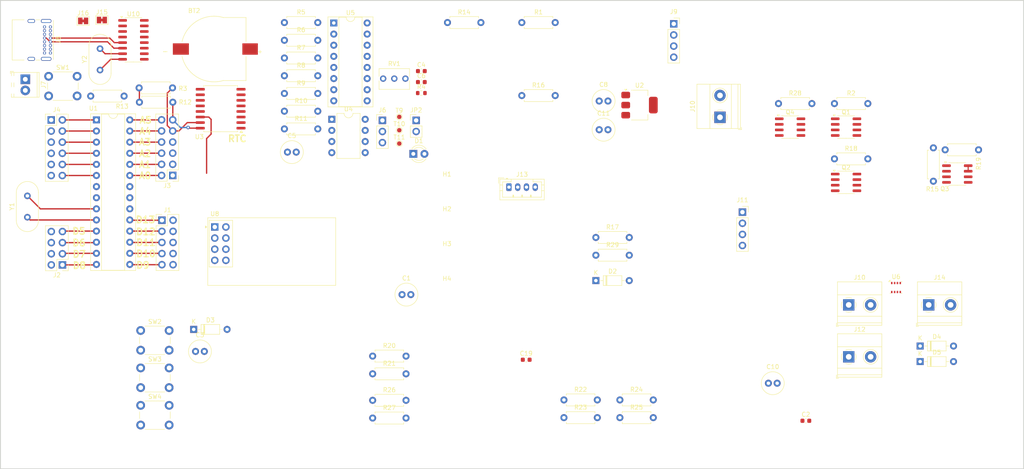
<source format=kicad_pcb>
(kicad_pcb (version 20240108) (generator "pcbnew") (generator_version "8.0")
  (title_block (title "PCB Weather station") (date "2024-11-10") (rev "1.0") (company "CREPP") (comment 1 "By NLG"))
  (layers (0 "F.Cu" signal) (31 "B.Cu" signal) (34 "B.Paste" user) (35 "F.Paste" user) (36 "B.SilkS" user "B.Silkscreen") (37 "F.SilkS" user "F.Silkscreen") (38 "B.Mask" user) (39 "F.Mask" user) (44 "Edge.Cuts" user))
  (net 0 "")
  (net 1 "/+3.3V")
  (net 2 "/RESET")
  (net 3 "/ENABLE_NRF24")
  (net 4 "/Anemometer/+5V")
  (net 5 "/Anemometer/Anemo_{signal}")
  (net 6 "/MCU/PC2-A2")
  (net 7 "/GNSS/RX_GNSS")
  (net 8 "/MCU/PB0")
  (net 9 "/MCU/PB2-D10~")
  (net 10 "/MCU/MOSI")
  (net 11 "/MCU/MISO")
  (net 12 "/MCU/CLK")
  (net 13 "/ENABLE_GNSS")
  (net 14 "/GNSS/TX_GNSS")
  (net 15 "/MCU/PD2-D2-(INT0)")
  (net 16 "/MCU/PC3-A3")
  (net 17 "/MCU/SDA")
  (net 18 "/MCU/SCL")
  (net 19 "/MCU/TX")
  (net 20 "/MCU/RX")
  (net 21 "/ENABLE_SENSORS")
  (net 22 "/ENABLE_ANEMOMETER")
  (net 23 "/GNSS/+5V")
  (net 24 "Net-(J1-Pin_1)")
  (net 25 "Net-(J1-Pin_5)")
  (net 26 "Net-(J1-Pin_7)")
  (net 27 "Net-(J1-Pin_9)")
  (net 28 "Net-(J1-Pin_3)")
  (net 29 "/MCU/PB1-D9~")
  (net 30 "Net-(J2-Pin_3)")
  (net 31 "Net-(J2-Pin_5)")
  (net 32 "Net-(J2-Pin_7)")
  (net 33 "GND")
  (net 34 "Net-(J3-Pin_4)")
  (net 35 "Net-(J3-Pin_2)")
  (net 36 "Net-(J3-Pin_6)")
  (net 37 "Net-(J3-Pin_10)")
  (net 38 "Net-(J3-Pin_12)")
  (net 39 "Net-(J3-Pin_8)")
  (net 40 "Net-(J4-Pin_8)")
  (net 41 "Net-(J4-Pin_4)")
  (net 42 "Net-(J4-Pin_6)")
  (net 43 "Net-(J4-Pin_10)")
  (net 44 "Net-(J4-Pin_2)")
  (net 45 "Net-(J4-Pin_12)")
  (net 47 "/+5V")
  (net 56 "/Anemometer/Wind_interrupt")
  (net 57 "Net-(U5B-RCext)")
  (net 58 "Net-(U5B-Cext)")
  (net 59 "Net-(U4A-+)")
  (net 60 "Net-(U10-~{DTR})")
  (net 61 "Net-(D1-K)")
  (net 62 "Net-(D1-A)")
  (net 63 "/Power_Handler_Temperature_Sun/V_{OUT}")
  (net 64 "/Programming/D+")
  (net 65 "/Programming/D-")
  (net 66 "/V_{Monitoring}")
  (net 68 "Net-(J15-A)")
  (net 69 "Net-(J16-A)")
  (net 70 "Net-(U4B-+)")
  (net 71 "Net-(U4A--)")
  (net 72 "Net-(U5B-Q)")
  (net 73 "Net-(U4B--)")
  (net 84 "Net-(U10-XO)")
  (net 90 "Net-(U10-XI)")
  (net 91 "Net-(U10-V3)")
  (net 92 "Net-(U1-XTAL2{slash}PB7)")
  (net 93 "Net-(U1-XTAL1{slash}PB6)")
  (net 94 "/NRF24/+3.3V")
  (net 96 "/NRF24/Bridge1/OUT")
  (net 97 "/NRF24/Bridge/OUT")
  (net 98 "/NRF24/Bridge2/OUT")
  (net 99 "/NRF24/Bridge3/OUT")
  (net 100 "Net-(BT2-+)")
  (net 105 "Net-(Q1B-G)")
  (net 106 "Net-(Q2B-G)")
  (net 107 "Net-(Q3B-G)")
  (net 108 "Net-(Q4B-G)")
  (net 109 "/Power/+5V_{IN}")
  (net 120 "Net-(J14-Pin_2)")
  (net 121 "Net-(J14-Pin_1)")
  (footprint "MountingHole:MountingHole_3.2mm_M3" (layer "F.Cu") (at 137.9 115.25)
    (property "Reference" "H4")
    (property "Value" "MountingHole_Pad")
  )
  (footprint "Connector_PinSocket_2.54mm:PinSocket_1x04_P2.54mm_Vertical" (layer "F.Cu") (at 205.33 95.865)
    (property "Reference" "J11")
    (property "Value" "NEO-6M UBLOX WITH ANTENNA")
  )
  (footprint "TerminalBlock_Phoenix:TerminalBlock_Phoenix_MKDS-1,5-2_1x02_P5.00mm_Horizontal" (layer "F.Cu") (at 229.58 128.91)
    (property "Reference" "J12")
    (property "Value" "KF301-5.0-2P")
  )
  (footprint "Resistor_THT:R_Axial_DIN0207_L6.3mm_D2.5mm_P7.62mm_Horizontal" (layer "F.Cu") (at 154.98 69.23)
    (property "Reference" "R16")
    (property "Value" "10k")
  )
  (footprint "Capacitor_SMD:C_0603_1608Metric" (layer "F.Cu") (at 219.8 143.525)
    (property "Reference" "C2")
    (property "Value" "100nF")
  )
  (footprint "Resistor_THT:R_Axial_DIN0207_L6.3mm_D2.5mm_P7.62mm_Horizontal" (layer "F.Cu") (at 120.94 128.75)
    (property "Reference" "R20")
    (property "Value" "10k")
  )
  (footprint "Resistor_THT:R_Axial_DIN0207_L6.3mm_D2.5mm_P7.62mm_Horizontal" (layer "F.Cu") (at 226.325 71.06)
    (property "Reference" "R2")
    (property "Value" "10k")
  )
  (footprint "Resistor_THT:R_Axial_DIN0207_L6.3mm_D2.5mm_P7.62mm_Horizontal" (layer "F.Cu") (at 248.9 81.175 -90)
    (property "Reference" "R15")
    (property "Value" "10k" (hide yes))
  )
  (footprint "Resistor_THT:R_Axial_DIN0207_L6.3mm_D2.5mm_P7.62mm_Horizontal" (layer "F.Cu") (at 177.36 138.76)
    (property "Reference" "R24")
    (property "Value" "10k")
  )
  (footprint "CREPP_Connectors_USB:USB_C_Receptacle_GCT_USB4085" (layer "F.Cu") (at 47.41 53.55 -90)
    (property "Reference" "J8")
    (property "Value" "USB_C_Receptacle")
  )
  (footprint "Resistor_THT:R_Axial_DIN0207_L6.3mm_D2.5mm_P7.62mm_Horizontal" (layer "F.Cu") (at 120.94 142.9)
    (property "Reference" "R27")
    (property "Value" "10k")
  )
  (footprint "Resistor_THT:R_Axial_DIN0207_L6.3mm_D2.5mm_P7.62mm_Horizontal" (layer "F.Cu") (at 100.8 52.55)
    (property "Reference" "R5")
    (property "Value" "100k")
  )
  (footprint "Diode_THT:D_DO-35_SOD27_P7.62mm_Horizontal" (layer "F.Cu") (at 80.1 122.65)
    (property "Reference" "D3")
    (property "Value" "1N4148")
  )
  (footprint "CREPP_Spacers:Spacer_M3_MF_05mm" (layer "F.Cu") (at 145.473423 91.023423)
    (property "Reference" "S1" (hide yes))
    (property "Value" "~" (hide yes))
  )
  (footprint "Resistor_THT:R_Axial_DIN0207_L6.3mm_D2.5mm_P7.62mm_Horizontal" (layer "F.Cu") (at 100.8 72.8)
    (property "Reference" "R10")
    (property "Value" "10k")
  )
  (footprint "Resistor_THT:R_Axial_DIN0207_L6.3mm_D2.5mm_P7.62mm_Horizontal" (layer "F.Cu") (at 100.8 60.65)
    (property "Reference" "R7")
    (property "Value" "10k")
  )
  (footprint "Package_SO:SOIC-8_3.9x4.9mm_P1.27mm" (layer "F.Cu") (at 216.205 76.44)
    (property "Reference" "Q4")
    (property "Value" "FDS4559")
  )
  (footprint "Crystal:Crystal_HC49-4H_Vertical" (layer "F.Cu") (at 42.15 97.025 90)
    (property "Reference" "Y1")
    (property "Value" "16 MHz HC49-4H")
  )
  (footprint "Capacitor_SMD:C_0603_1608Metric" (layer "F.Cu") (at 132.05 63.64)
    (property "Reference" "C4")
    (property "Value" "100nF")
  )
  (footprint "Resistor_THT:R_Axial_DIN0207_L6.3mm_D2.5mm_P7.62mm_Horizontal" (layer "F.Cu") (at 177.36 142.81)
    (property "Reference" "R25")
    (property "Value" "10k")
  )
  (footprint "Package_SO:SOIC-8_3.9x4.9mm_P1.27mm" (layer "F.Cu") (at 254.365 87.155)
    (property "Reference" "Q3")
    (property "Value" "FDS4559" (hide yes))
  )
  (footprint "CREPP_Spacers:Spacer_M3_MF_05mm" (layer "F.Cu") (at 145.473423 112.613961)
    (property "Reference" "S7" (hide yes))
    (property "Value" "~" (hide yes))
  )
  (footprint "Package_SO:SOIC-16W_7.5x10.3mm_P1.27mm" (layer "F.Cu") (at 86.25 72.23 180)
    (property "Reference" "U3")
    (property "Value" "DS3231M" (hide yes))
  )
  (footprint "Resistor_THT:R_Axial_DIN0207_L6.3mm_D2.5mm_P7.62mm_Horizontal" (layer "F.Cu") (at 138.02 52.55)
    (property "Reference" "R14")
    (property "Value" "10k")
  )
  (footprint "Resistor_THT:R_Axial_DIN0207_L6.3mm_D2.5mm_P7.62mm_Horizontal" (layer "F.Cu") (at 75.27 67.475 180)
    (property "Reference" "R3")
    (property "Value" "10k" (hide yes))
  )
  (footprint "Package_LGA:Bosch_LGA-8_2.5x2.5mm_P0.65mm_ClockwisePinNumbering" (layer "F.Cu") (at 240.375 113.085)
    (property "Reference" "U6")
    (property "Value" "BME280")
  )
  (footprint "Resistor_SMD:R_0603_1608Metric" (layer "F.Cu") (at 132.05 68.66)
    (property "Reference" "R4")
    (property "Value" "R_10K_SMD_0603")
  )
  (footprint "Connector_PinHeader_2.54mm:PinHeader_2x04_P2.54mm_Vertical" (layer "F.Cu") (at 50.15 107.915 180)
    (property "Reference" "J2")
    (property "Value" "Conn_02x04_Odd_Even" (hide yes))
  )
  (footprint "Resistor_THT:R_Axial_DIN0207_L6.3mm_D2.5mm_P7.62mm_Horizontal" (layer "F.Cu") (at 120.94 138.85)
    (property "Reference" "R26")
    (property "Value" "10k")
  )
  (footprint "RF_Module:nRF24L01_Breakout" (layer "F.Cu") (at 84.9105 99.25)
    (property "Reference" "U8")
    (property "Value" "NRF24L01_Breakout")
  )
  (footprint "Resistor_THT:R_Axial_DIN0207_L6.3mm_D2.5mm_P7.62mm_Horizontal" (layer "F.Cu") (at 164.59 138.76)
    (property "Reference" "R22")
    (property "Value" "10k")
  )
  (footprint "Capacitor_THT:C_Radial_D5.0mm_H11.0mm_P2.00mm" (layer "F.Cu") (at 211.25 134.945)
    (property "Reference" "C10")
    (property "Value" "22pF - disc")
  )
  (footprint "CREPP_Spacers:Spacer_M3_MF_05mm" (layer "F.Cu") (at 145.473423 105.417115)
    (property "Reference" "S6" (hide yes))
    (property "Value" "~" (hide yes))
  )
  (footprint "Package_DIP:DIP-8_W7.62mm" (layer "F.Cu") (at 111.62 74.65)
    (property "Reference" "U4")
    (property "Value" "LM358")
  )
  (footprint "Package_TO_SOT_SMD:SOT-223-3_TabPin2" (layer "F.Cu") (at 181.84 71.405)
    (property "Reference" "U2")
    (property "Value" "AMS1117-3.3")
  )
  (footprint "Resistor_THT:R_Axial_DIN0207_L6.3mm_D2.5mm_P7.62mm_Horizontal" (layer "F.Cu") (at 100.8 76.85)
    (property "Reference" "R11")
    (property "Value" "100k")
  )
  (footprint "Resistor_THT:R_Axial_DIN0207_L6.3mm_D2.5mm_P7.62mm_Horizontal" (layer "F.Cu") (at 154.98 52.55)
    (property "Reference" "R1")
    (property "Value" "10k")
  )
  (footprint "TerminalBlock_Phoenix:TerminalBlock_Phoenix_MKDS-1,5-2_1x02_P5.00mm_Horizontal" (layer "F.Cu") (at 247.83 117.05)
    (property "Reference" "J14")
    (property "Value" "Screw_Terminal_01x02")
  )
  (footprint "Button_Switch_THT:SW_PUSH_6mm_H8mm" (layer "F.Cu") (at 47 64.825)
    (property "Reference" "SW1")
    (property "Value" "SW_B" (hide yes))
  )
  (footprint "Connector_PinSocket_2.54mm:PinSocket_1x04_P2.54mm_Vertical" (layer "F.Cu") (at 189.65 52.85)
    (property "Reference" "J9")
    (property "Value" "Conn_01x04_Socket")
  )
  (footprint "TestPoint:TestPoint_Pad_D1.0mm" (layer "F.Cu") (at 127.02 80.2)
    (property "Reference" "T11")
    (property "Value" "TP")
  )
  (footprint "Resistor_THT:R_Axial_DIN0207_L6.3mm_D2.5mm_P7.62mm_Horizontal" (layer "F.Cu") (at 164.59 142.81)
    (property "Reference" "R23")
    (property "Value" "10k")
  )
  (footprint "CREPP_Spacers:Spacer_M3_MF_05mm" (layer "F.Cu") (at 145.473423 98.220269)
    (property "Reference" "S5" (hide yes))
    (property "Value" "~" (hide yes))
  )
  (footprint "Connector_JST:JST_PH_B4B-PH-K_1x04_P2.00mm_Vertical" (layer "F.Cu") (at 152.04 90.15)
    (property "Reference" "J13")
    (property "Value" "JST_PH_4P")
  )
  (footprint "Resistor_THT:R_Axial_DIN0207_L6.3mm_D2.5mm_P7.62mm_Horizontal" (layer "F.Cu") (at 100.8 68.75)
    (property "Reference" "R9")
    (property "Value" "270")
  )
  (footprint "Resistor_THT:R_Axial_DIN0207_L6.3mm_D2.5mm_P7.62mm_Horizontal" (layer "F.Cu") (at 226.325 83.69)
    (property "Reference" "R18")
    (property "Value" "10k")
  )
  (footprint "Resistor_THT:R_Axial_DIN0207_L6.3mm_D2.5mm_P7.62mm_Horizontal" (layer "F.Cu") (at 171.88 105.7)
    (property "Reference" "R29")
    (property "Value" "10k")
  )
  (footprint "LED_THT:LED_D3.0mm" (layer "F.Cu") (at 130.22 82.55)
    (property "Reference" "D1")
    (property "Value" "LED")
  )
  (footprint "Package_SO:SOIC-16_3.9x9.9mm_P1.27mm" (layer "F.Cu") (at 66.35 56.5)
    (property "Reference" "U10")
    (property "Value" "CH340G")
  )
  (footprint "TerminalBlock_Phoenix:TerminalBlock_Phoenix_MKDS-1,5-2_1x02_P5.00mm_Horizontal" (layer "F.Cu") (at 200.205 74.2 90)
    (property "Reference" "J10")
    (property "Value" "KF301-5.0-2P")
  )
  (footprint "Potentiometer_THT:Potentiometer_Bourns_3266Y_Vertical" (layer "F.Cu") (at 128.42 65.36)
    (property "Reference" "RV1")
    (property "Value" "R_Potentiometer")
  )
  (footprint "Capacitor_THT:C_Radial_D5.0mm_H11.0mm_P2.00mm" (layer "F.Cu") (at 80.53 127.68)
    (property "Reference" "C3")
    (property "Value" "22pF - disc")
  )
  (footprint "Capacitor_THT:C_Radial_D5.0mm_H11.0mm_P2.00mm" (layer "F.Cu") (at 172.64 70.48)
    (property "Reference" "C8")
    (property "Value" "10uF-35V")
  )
  (footprint "Resistor_THT:R_Axial_DIN0207_L6.3mm_D2.5mm_P7.62mm_Horizontal" (layer "F.Cu") (at 100.8 56.6)
    (property "Reference" "R6")
    (property "Value" "10k")
  )
  (footprint "Jumper:SolderJumper-2_P1.3mm_Bridged_Pad1.0x1.5mm" (layer "F.Cu") (at 54.875 52.175)
    (property "Reference" "J16")
    (property "Value" "SolderJumper_2_Bridged")
  )
  (footprint "Resistor_THT:R_Axial_DIN0207_L6.3mm_D2.5mm_P7.62mm_Horizontal" (layer "F.Cu") (at 120.94 132.8)
    (property "Reference" "R21")
    (property "Value" "10k")
  )
  (footprint "Capacitor_SMD:C_0603_1608Metric" (layer "F.Cu") (at 132.05 66.15)
    (property "Reference" "C6")
    (property "Value" "100nF")
  )
  (footprint "Button_Switch_THT:SW_PUSH_6mm_H8mm" (layer "F.Cu") (at 68 131.45)
    (property "Reference" "SW3")
    (property "Value" "SW_B")
  )
  (footprint "Diode_THT:D_DO-35_SOD27_P7.62mm_Horizontal" (layer "F.Cu") (at 245.88 126.45)
    (property "Reference" "D4")
    (property "Value" "1N4148")
  )
  (footprint "Resistor_THT:R_Axial_DIN0207_L6.3mm_D2.5mm_P7.62mm_Horizontal" (layer "F.Cu") (at 251.59 81.625)
    (property "Reference" "R19")
    (property "Value" "10k")
  )
  (footprint "Resistor_THT:R_Axial_DIN0207_L6.3mm_D2.5mm_P7.62mm_Horizontal" (layer "F.Cu") (at 171.88 101.65)
    (property "Reference" "R17")
    (property "Value" "10k")
  )
  (footprint "TestPoint:TestPoint_Pad_D1.0mm" (layer "F.Cu") (at 127.02 77.15)
    (property "Reference" "T10")
    (property "Value" "TP")
  )
  (footprint "Connector_PinHeader_2.54mm:PinHeader_1x03_P2.54mm_Vertical" (layer "F.Cu") (at 123.17 74.9)
    (property "Reference" "J6")
    (property "Value" "Conn_01x03_Pin")
  )
  (footprint "Resistor_THT:R_Axial_DIN0207_L6.3mm_D2.5mm_P7.62mm_Horizontal" (layer "F.Cu") (at 213.555 71.06)
    (property "Reference" "R28")
    (property "Value" "10k")
  )
  (footprint "Jumper:SolderJumper-2_P1.3mm_Bridged_Pad1.0x1.5mm" (layer "F.Cu") (at 59.15 51.975)
    (property "Reference" "J15")
    (property "Value" "SolderJumper_2_Bridged")
  )
  (footprint "Capacitor_THT:C_Radial_D5.0mm_H11.0mm_P2.00mm" (layer "F.Cu") (at 127.65 114.7)
    (property "Reference" "C1")
    (property "Value" "10uF")
  )
  (footprint "Button_Switch_THT:SW_PUSH_6mm_H8mm" (layer "F.Cu") (at 68 140)
    (property "Reference" "SW4")
    (property "Value" "SW_B")
  )
  (footprint "Resistor_THT:R_Axial_DIN0207_L6.3mm_D2.5mm_P7.62mm_Horizontal" (layer "F.Cu") (at 64.22 69.35 180)
    (property "Reference" "R13")
    (property "Value" "10k" (hide yes))
  )
  (footprint "Diode_THT:D_DO-35_SOD27_P7.62mm_Horizontal" (layer "F.Cu") (at 171.88 111.5)
    (property "Reference" "D2")
    (property "Value" "1N4148")
  )
  (footprint "Package_SO:SOIC-8_3.9x4.9mm_P1.27mm" (layer "F.Cu") (at 228.975 89.07)
    (property "Reference" "Q2")
    (property "Value" "FDS4559")
  )
  (footprint "MountingHole:MountingHole_3.2mm_M3" (layer "F.Cu") (at 137.9 107.3)
    (property "Reference" "H3")
    (property "Value" "MountingHole_Pad")
  )
  (footprint "Connector_PinHeader_2.54mm:PinHeader_1x02_P2.54mm_Vertical" (layer "F.Cu") (at 130.87 74.9)
    (property "Reference" "JP2")
    (property "Value" "Jumper")
  )
  (footprint "Resistor_THT:R_Axial_DIN0207_L6.3mm_D2.5mm_P7.62mm_Horizontal" (layer "F.Cu") (at 75.335 70.75 180)
    (property "Reference" "R12")
    (property "Value" "10k" (hide yes))
  )
  (footprint "Resistor_THT:R_Axial_DIN0207_L6.3mm_D2.5mm_P7.62mm_Horizontal" (layer "F.Cu") (at 100.8 64.7)
    (property "Reference" "R8")
    (property "Value" "10k")
  )
  (footprint "CREPP_Jumpers:Jumper_2.54mm_blue" (layer "F.Cu") (at 107.595 80.695)
    (property "Reference" "JP3" (hide yes))
    (property "Value" "Jumper_2.54mm_blue" (hide yes))
  )
  (footprint "CREPP_Batteries_holders:MPD_BC501SM-TR" (layer "F.Cu") (at 84.745 58.6)
    (property "Reference" "BT2")
    (property "Value" "Battery_Cell")
  )
  (footprint "Connector_PinHeader_2.54mm:PinHeader_2x06_P2.54mm_Vertical" (layer "F.Cu") (at 47.585 74.8)
    (property "Reference" "J4")
    (property "Value" "Conn_02x06_Odd_Even" (hide yes))
  )
  (footprint "Capacitor_SMD:C_0603_1608Metric" (layer "F.Cu") (at 155.98 129.58)
    (property "Reference" "C19")
    (property "Value" "100nF")
  )
  (footprint "Button_Switch_THT:SW_PUSH_6mm_H8mm" (layer "F.Cu") (at 68 122.9)
    (property "Reference" "SW2")
    (property "Value" "SW_B")
  )
  (footprint "Crystal:Crystal_HC49-4H_Vertical" (layer "F.Cu") (at 58.725 63.4 90)
    (property "Reference" "Y2")
    (property "Value" "Crystal HC49-4H 12 MHz")
  )
  (footprint "MountingHole:MountingHole_3.2mm_M3" (layer "F.Cu") (at 137.9 99.35)
    (property "Reference" "H2")
    (property "Value" "MountingHole_Pad")
  )
  (footprint "TerminalBlock_Phoenix:TerminalBlock_Phoenix_MKDS-1,5-2_1x02_P5.00mm_Horizontal" (layer "F.Cu") (at 229.58 117.05)
    (property "Reference" "J10")
    (property "Value" "KF301-5.0-2P")
  )
  (footprint "Package_DIP:DIP-28_W7.62mm_Socket" (layer "F.Cu") (at 57.905 74.79)
    (property "Reference" "U1")
    (property "Value" "ATmega328P-P")
  )
  (footprint "Package_SO:SOIC-8_3.9x4.9mm_P1.27mm" (layer "F.Cu") (at 228.975 76.44)
    (property "Reference" "Q1")
    (property "Value" "FDS4559")
  )
  (footprint "Diode_THT:D_DO-35_SOD27_P7.62mm_Horizontal" (layer "F.Cu") (at 245.88 130)
    (property "Reference" "D5")
    (property "Value" "1N4148")
  )
  (footprint "TestPoint:TestPoint_Pad_D1.0mm" (layer "F.Cu") (at 127.02 74.1)
    (property "Reference" "T9")
    (property "Value" "TP")
  )
  (footprint "Capacitor_THT:C_Radial_D5.0mm_H11.0mm_P2.00mm" (layer "F.Cu") (at 101.5 82.15)
    (property "Reference" "C5")
    (property "Value" "10uF")
  )
  (footprint "MountingHole:MountingHole_3.2mm_M3" (layer "F.Cu") (at 137.9 91.4)
    (property "Reference" "H1")
    (property "Value" "MountingHole_Pad")
  )
  (footprint "TerminalBlock_Phoenix:TerminalBlock_Phoenix_MPT-0,5-2-2.54_1x02_P2.54mm_Horizontal" (layer "F.Cu") (at 41.675 65.51 -90)
    (property "Reference" "J7")
    (property "Value" "USR_BTN")
  )
  (footprint "Connector_PinHeader_2.54mm:PinHeader_2x05_P2.54mm_Vertical" (layer "F.Cu") (at 72.85 97.71)
    (property "Reference" "J1")
    (property "Value" "Conn_02x05_Odd_Even")
  )
  (footprint "Capacitor_THT:C_Radial_D5.0mm_H11.0mm_P2.00mm" (layer "F.Cu") (at 172.64 77.03)
    (property "Reference" "C11")
    (property "Value" "10uF-35V")
  )
  (footprint "Package_DIP:DIP-16_W7.62mm_Socket" (layer "F.Cu") (at 112.07 52.65)
    (property "Reference" "U5")
    (property "Value" "74HC123")
  )
  (footprint "Connector_PinHeader_2.54mm:PinHeader_2x06_P2.54mm_Vertical" (layer "F.Cu") (at 75.315 87.475 180)
    (property "Reference" "J3")
    (property "Value" "Conn_02x06_Odd_Even" (hide yes))
  )
  (gr_rect (start 36 47.5) (end 269.5 154.5) (stroke (width 0.2)) (fill none) (layer "Edge.Cuts"))
  (gr_text "RTC" (at 87.775 79.95 0) (layer "F.SilkS") (effects (font (size 1.5 1.5) (thickness 0.3) (bold yes)) (justify left bottom)))
  (gr_text "D10" (at 66.825 106.25 0) (layer "F.SilkS") (effects (font (size 1.5 1.5) (thickness 0.3) (bold yes)) (justify left bottom)))
  (gr_text "D11" (at 66.825 103.675 0) (layer "F.SilkS") (effects (font (size 1.5 1.5) (thickness 0.3) (bold yes)) (justify left bottom)))
  (gr_text "D7" (at 52.325 106.35 0) (layer "F.SilkS") (effects (font (size 1.5 1.5) (thickness 0.3) (bold yes)) (justify left bottom)))
  (gr_text "A1" (at 67.425 85.875 0) (layer "F.SilkS") (effects (font (size 1.5 1.5) (thickness 0.3) (bold yes)) (justify left bottom)))
  (gr_text "D5" (at 52.25 101.1 0) (layer "F.SilkS") (effects (font (size 1.5 1.5) (thickness 0.3) (bold yes)) (justify left bottom)))
  (gr_text "A3" (at 67.425 80.725 0) (layer "F.SilkS") (effects (font (size 1.5 1.5) (thickness 0.3) (bold yes)) (justify left bottom)))
  (gr_text "D12" (at 66.8 101.225 0) (layer "F.SilkS") (effects (font (size 1.5 1.5) (thickness 0.3) (bold yes)) (justify left bottom)))
  (gr_text "D13" (at 66.725 98.475 0) (layer "F.SilkS") (effects (font (size 1.5 1.5) (thickness 0.3) (bold yes)) (justify left bottom)))
  (gr_text "D6" (at 52.275 103.75 0) (layer "F.SilkS") (effects (font (size 1.5 1.5) (thickness 0.3) (bold yes)) (justify left bottom)))
  (gr_text "D9" (at 66.825 108.875 0) (layer "F.SilkS") (effects (font (size 1.5 1.5) (thickness 0.3) (bold yes)) (justify left bottom)))
  (gr_text "A0" (at 67.45 88.4 0) (layer "F.SilkS") (effects (font (size 1.5 1.5) (thickness 0.3) (bold yes)) (justify left bottom)))
  (gr_text "A2" (at 67.45 83.375 0) (layer "F.SilkS") (effects (font (size 1.5 1.5) (thickness 0.3) (bold yes)) (justify left bottom)))
  (gr_text "A5" (at 67.575 75.725 0) (layer "F.SilkS") (effects (font (size 1.5 1.5) (thickness 0.3) (bold yes)) (justify left bottom)))
  (gr_text "A4" (at 67.5 78.275 0) (layer "F.SilkS") (effects (font (size 1.5 1.5) (thickness 0.3) (bold yes)) (justify left bottom)))
  (gr_text "D8" (at 52.35 108.925 0) (layer "F.SilkS") (effects (font (size 1.5 1.5) (thickness 0.3) (bold yes)) (justify left bottom)))
  (segment (start 50.15 107.915) (end 57.8 107.915) (width 0.3) (layer "F.Cu") (net 8))
  (segment (start 57.8 107.915) (end 57.905 107.81) (width 0.3) (layer "F.Cu") (net 8))
  (segment (start 75.315 77.315) (end 76.735 77.315) (width 0.3) (layer "F.Cu") (net 17))
  (segment (start 74.075 76.075) (end 74.075 68.67) (width 0.3) (layer "F.Cu") (net 17))
  (segment (start 76.735 77.315) (end 78.645 75.405) (width 0.3) (layer "F.Cu") (net 17))
  (segment (start 74.075 68.67) (end 75.27 67.475) (width 0.3) (layer "F.Cu") (net 17))
  (segment (start 75.315 77.315) (end 74.075 76.075) (width 0.3) (layer "F.Cu") (net 17))
  (segment (start 78.645 75.405) (end 81.6 75.405) (width 0.3) (layer "F.Cu") (net 17))
  (segment (start 81.6 76.675) (end 78.975 76.675) (width 0.3) (layer "F.Cu") (net 18))
  (segment (start 75.335 74.755) (end 75.315 74.775) (width 0.3) (layer "F.Cu") (net 18))
  (segment (start 75.335 70.75) (end 75.335 74.755) (width 0.3) (layer "F.Cu") (net 18))
  (segment (start 78.975 76.675) (end 78.825 76.525) (width 0.3) (layer "F.Cu") (net 18))
  (via (at 78.825 76.525) (size 0.8) (drill 0.4) (layers "F.Cu" "B.Cu") (net 18))
  (segment (start 77.065 76.525) (end 75.315 74.775) (width 0.3) (layer "B.Cu") (net 18))
  (segment (start 78.825 76.525) (end 77.065 76.525) (width 0.3) (layer "B.Cu") (net 18))
  (segment (start 65.585 97.71) (end 65.525 97.65) (width 0.3) (layer "F.Cu") (net 24))
  (segment (start 72.85 97.71) (end 65.585 97.71) (width 0.3) (layer "F.Cu") (net 24))
  (segment (start 65.585 102.79) (end 65.525 102.73) (width 0.3) (layer "F.Cu") (net 25))
  (segment (start 72.85 102.79) (end 65.585 102.79) (width 0.3) (layer "F.Cu") (net 25))
  (segment (start 65.525 105.27) (end 72.79 105.27) (width 0.3) (layer "F.Cu") (net 26))
  (segment (start 72.79 105.27) (end 72.85 105.33) (width 0.3) (layer "F.Cu") (net 26))
  (segment (start 65.585 107.87) (end 65.525 107.81) (width 0.3) (layer "F.Cu") (net 27))
  (segment (start 72.85 107.87) (end 65.585 107.87) (width 0.3) (layer "F.Cu") (net 27))
  (segment (start 65.525 100.19) (end 72.79 100.19) (width 0.3) (layer "F.Cu") (net 28))
  (segment (start 72.79 100.19) (end 72.85 100.25) (width 0.3) (layer "F.Cu") (net 28))
  (segment (start 57.905 105.27) (end 50.255 105.27) (width 0.3) (layer "F.Cu") (net 30))
  (segment (start 50.255 105.27) (end 50.15 105.375) (width 0.3) (layer "F.Cu") (net 30))
  (segment (start 57.8 102.835) (end 57.905 102.73) (width 0.3) (layer "F.Cu") (net 31))
  (segment (start 50.15 102.835) (end 57.8 102.835) (width 0.3) (layer "F.Cu") (net 31))
  (segment (start 57.905 100.19) (end 50.255 100.19) (width 0.3) (layer "F.Cu") (net 32))
  (segment (start 50.255 100.19) (end 50.15 100.295) (width 0.3) (layer "F.Cu") (net 32))
  (segment (start 72.76 84.95) (end 72.775 84.935) (width 0.3) (layer "F.Cu") (net 34))
  (segment (start 65.525 84.95) (end 72.76 84.95) (width 0.3) (layer "F.Cu") (net 34))
  (segment (start 65.54 87.475) (end 65.525 87.49) (width 0.3) (layer "F.Cu") (net 35))
  (segment (start 72.775 87.475) (end 65.54 87.475) (width 0.3) (layer "F.Cu") (net 35))
  (segment (start 65.54 82.395) (end 65.525 82.41) (width 0.3) (layer "F.Cu") (net 36))
  (segment (start 72.775 82.395) (end 65.54 82.395) (width 0.3) (layer "F.Cu") (net 36))
  (segment (start 65.54 77.315) (end 65.525 77.33) (width 0.3) (layer "F.Cu") (net 37))
  (segment (start 72.775 77.315) (end 65.54 77.315) (width 0.3) (layer "F.Cu") (net 37))
  (segment (start 72.76 74.79) (end 72.775 74.775) (width 0.3) (layer "F.Cu") (net 38))
  (segment (start 65.525 74.79) (end 72.76 74.79) (width 0.3) (layer "F.Cu") (net 38))
  (segment (start 72.76 79.87) (end 72.775 79.855) (width 0.3) (layer "F.Cu") (net 39))
  (segment (start 65.525 79.87) (end 72.76 79.87) (width 0.3) (layer "F.Cu") (net 39))
  (segment (start 50.135 82.41) (end 50.125 82.42) (width 0.3) (layer "F.Cu") (net 40))
  (segment (start 57.905 82.41) (end 50.135 82.41) (width 0.3) (layer "F.Cu") (net 40))
  (segment (start 57.905 77.33) (end 50.135 77.33) (width 0.3) (layer "F.Cu") (net 41))
  (segment (start 50.135 77.33) (end 50.125 77.34) (width 0.3) (layer "F.Cu") (net 41))
  (segment (start 50.125 79.88) (end 57.895 79.88) (width 0.3) (layer "F.Cu") (net 42))
  (segment (start 57.895 79.88) (end 57.905 79.87) (width 0.3) (layer "F.Cu") (net 42))
  (segment (start 50.125 84.96) (end 57.895 84.96) (width 0.3) (layer "F.Cu") (net 43))
  (segment (start 57.895 84.96) (end 57.905 84.95) (width 0.3) (layer "F.Cu") (net 43))
  (segment (start 50.125 74.8) (end 57.895 74.8) (width 0.3) (layer "F.Cu") (net 44))
  (segment (start 57.895 74.8) (end 57.905 74.79) (width 0.3) (layer "F.Cu") (net 44))
  (segment (start 50.135 87.49) (end 50.125 87.5) (width 0.3) (layer "F.Cu") (net 45))
  (segment (start 57.905 87.49) (end 50.135 87.49) (width 0.3) (layer "F.Cu") (net 45))
  (segment (start 67.715 67.54) (end 67.65 67.475) (width 0.3) (layer "F.Cu") (net 47))
  (segment (start 67.715 70.75) (end 67.715 67.54) (width 0.3) (layer "F.Cu") (net 47))
  (segment (start 61.985 57.135) (end 60.95 56.1) (width 0.3) (layer "F.Cu") (net 64))
  (segment (start 60.95 56.1) (end 47.41 56.1) (width 0.3) (layer "F.Cu") (net 64))
  (segment (start 63.875 57.135) (end 61.985 57.135) (width 0.3) (layer "F.Cu") (net 64))
  (segment (start 63.875 58.405) (end 61.889448 58.405) (width 0.3) (layer "F.Cu") (net 65))
  (segment (start 60.434448 56.95) (end 47.41 56.95) (width 0.3) (layer "F.Cu") (net 65))
  (segment (start 47.340761 56.95) (end 47.41 56.95) (width 0.3) (layer "F.Cu") (net 65))
  (segment (start 46.06 56.1) (end 46.490761 56.1) (width 0.3) (layer "F.Cu") (net 65))
  (segment (start 61.889448 58.405) (end 60.434448 56.95) (width 0.3) (layer "F.Cu") (net 65))
  (segment (start 46.490761 56.1) (end 47.340761 56.95) (width 0.3) (layer "F.Cu") (net 65))
  (segment (start 63.875 60.945) (end 61.18 60.945) (width 0.3) (layer "F.Cu") (net 84))
  (segment (start 61.18 60.945) (end 58.725 63.4) (width 0.3) (layer "F.Cu") (net 84))
  (segment (start 59.88 59.675) (end 63.875 59.675) (width 0.3) (layer "F.Cu") (net 90))
  (segment (start 58.725 58.52) (end 59.88 59.675) (width 0.3) (layer "F.Cu") (net 90))
  (segment (start 57.905 97.65) (end 42.775 97.65) (width 0.3) (layer "F.Cu") (net 92))
  (segment (start 42.775 97.65) (end 42.15 97.025) (width 0.3) (layer "F.Cu") (net 92))
  (segment (start 57.905 95.11) (end 45.115 95.11) (width 0.3) (layer "F.Cu") (net 93))
  (segment (start 45.115 95.11) (end 42.15 92.145) (width 0.3) (layer "F.Cu") (net 93))
  (segment (start 83.045 86.975) (end 83.045 79.055) (width 0.3) (layer "F.Cu") (net 100))
  (segment (start 84.075 74.675) (end 83.535 74.135) (width 0.3) (layer "F.Cu") (net 100))
  (segment (start 84.075 78.025) (end 84.075 74.675) (width 0.3) (layer "F.Cu") (net 100))
  (segment (start 83.535 74.135) (end 81.6 74.135) (width 0.3) (layer "F.Cu") (net 100))
  (segment (start 83.045 79.055) (end 84.075 78.025) (width 0.3) (layer "F.Cu") (net 100))
  (segment (start 256.84 85.25) (end 256.84 86.52) (width 0.25) (layer "F.Cu") (net 107))
)
</source>
